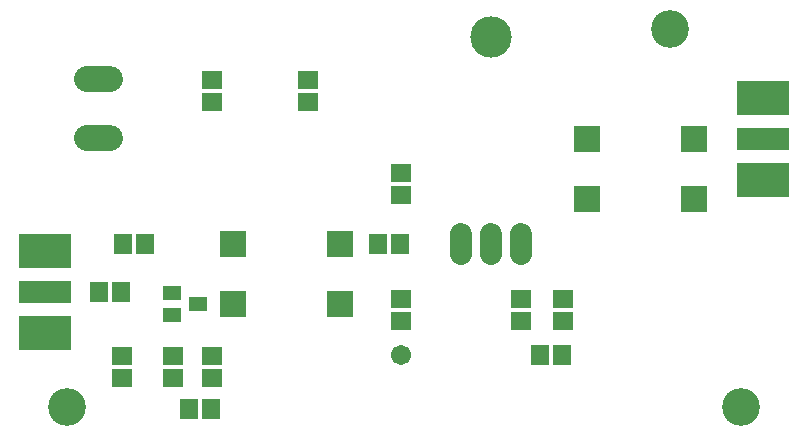
<source format=gbr>
G04 EAGLE Gerber RS-274X export*
G75*
%MOMM*%
%FSLAX34Y34*%
%LPD*%
%INSoldermask Top*%
%IPPOS*%
%AMOC8*
5,1,8,0,0,1.08239X$1,22.5*%
G01*
%ADD10C,3.203200*%
%ADD11R,1.703200X1.503200*%
%ADD12R,1.503200X1.703200*%
%ADD13R,1.603200X1.203200*%
%ADD14C,1.879600*%
%ADD15C,3.505200*%
%ADD16R,2.203200X2.203200*%
%ADD17R,4.394200X1.981200*%
%ADD18R,4.394200X2.870200*%
%ADD19C,2.184400*%
%ADD20C,1.703200*%


D10*
X40000Y40000D03*
X610000Y40000D03*
X550000Y360000D03*
D11*
X162560Y297840D03*
X162560Y316840D03*
X243840Y297840D03*
X243840Y316840D03*
D12*
X85700Y137160D03*
X66700Y137160D03*
D11*
X162560Y64160D03*
X162560Y83160D03*
D12*
X321920Y177800D03*
X302920Y177800D03*
D11*
X459740Y112420D03*
X459740Y131420D03*
D13*
X150700Y127000D03*
X128700Y117500D03*
X128700Y136500D03*
D14*
X373380Y169418D02*
X373380Y186182D01*
X398780Y186182D02*
X398780Y169418D01*
X424180Y169418D02*
X424180Y186182D01*
D15*
X398780Y353060D03*
D12*
X106020Y177800D03*
X87020Y177800D03*
D11*
X86360Y83160D03*
X86360Y64160D03*
X129540Y64160D03*
X129540Y83160D03*
D12*
X142900Y38100D03*
X161900Y38100D03*
D11*
X322580Y219100D03*
X322580Y238100D03*
X322580Y112420D03*
X322580Y131420D03*
X424180Y112420D03*
X424180Y131420D03*
D12*
X440080Y83820D03*
X459080Y83820D03*
D16*
X180340Y177800D03*
X180340Y127000D03*
X271140Y177800D03*
X271140Y127000D03*
X480060Y266700D03*
X480060Y215900D03*
X570860Y266700D03*
X570860Y215900D03*
D17*
X21154Y137160D03*
D18*
X21154Y172106D03*
X21154Y102214D03*
D17*
X629086Y266700D03*
D18*
X629086Y231754D03*
X629086Y301646D03*
D19*
X75946Y317246D02*
X56134Y317246D01*
X56134Y267208D02*
X75946Y267208D01*
D20*
X322580Y83820D03*
M02*

</source>
